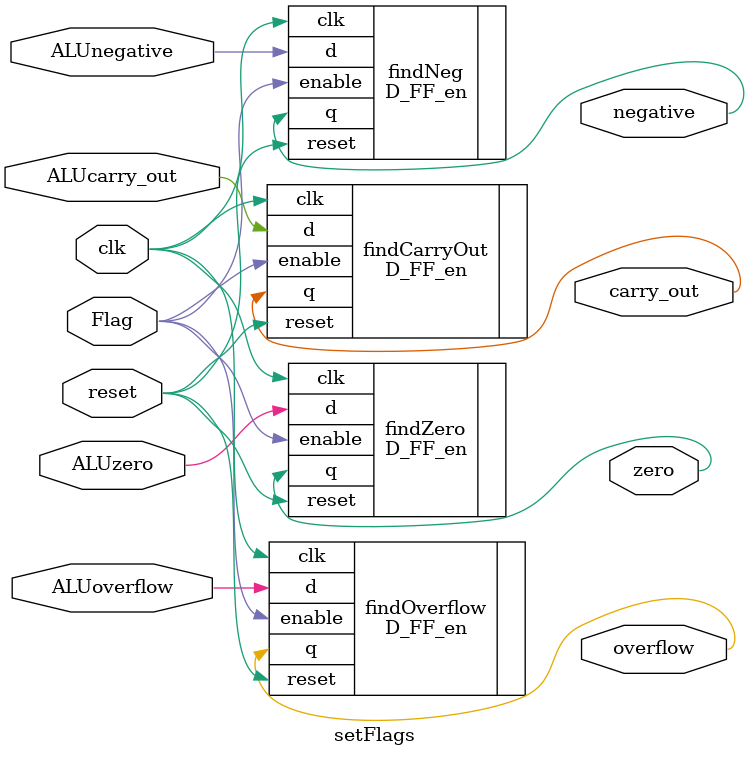
<source format=sv>
`timescale 1ns/10ps
module setFlags(clk, reset, Flag, ALUnegative, ALUoverflow, ALUzero, ALUcarry_out, negative, overflow, zero, carry_out);
	input logic clk, reset, Flag, ALUnegative, ALUoverflow, ALUzero, ALUcarry_out;
	output logic negative, overflow, zero, carry_out;
	
	D_FF_en findNeg (.clk(clk), .enable(Flag), .reset(reset), .q(negative), .d(ALUnegative));
	D_FF_en findOverflow (.clk(clk), .enable(Flag), .reset(reset), .q(overflow), .d(ALUoverflow));
	D_FF_en findZero (.clk(clk), .enable(Flag), .reset(reset), .q(zero), .d(ALUzero));
	D_FF_en findCarryOut (.clk(clk), .enable(Flag), .reset(reset), .q(carry_out), .d(ALUcarry_out));
	
endmodule

</source>
